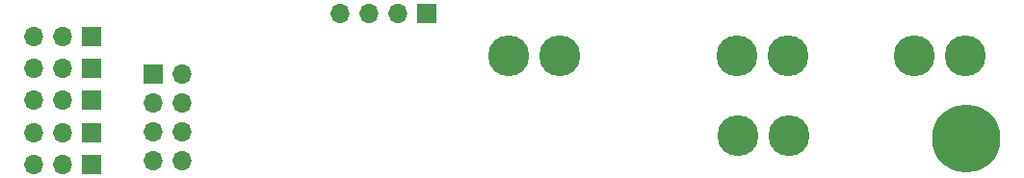
<source format=gbr>
%TF.GenerationSoftware,KiCad,Pcbnew,7.0.8*%
%TF.CreationDate,2023-10-19T00:44:21-05:00*%
%TF.ProjectId,PowerDistrubutionBoard,506f7765-7244-4697-9374-727562757469,rev?*%
%TF.SameCoordinates,Original*%
%TF.FileFunction,Soldermask,Bot*%
%TF.FilePolarity,Negative*%
%FSLAX46Y46*%
G04 Gerber Fmt 4.6, Leading zero omitted, Abs format (unit mm)*
G04 Created by KiCad (PCBNEW 7.0.8) date 2023-10-19 00:44:21*
%MOMM*%
%LPD*%
G01*
G04 APERTURE LIST*
%ADD10C,3.600000*%
%ADD11R,1.700000X1.700000*%
%ADD12O,1.700000X1.700000*%
%ADD13C,6.000000*%
G04 APERTURE END LIST*
D10*
%TO.C,T4*%
X159350000Y-55550000D03*
X163850000Y-55550000D03*
%TD*%
D11*
%TO.C,J6*%
X122715000Y-59500000D03*
D12*
X120175000Y-59500000D03*
X117635000Y-59500000D03*
%TD*%
D10*
%TO.C,T3*%
X199500000Y-55600000D03*
X195000000Y-55600000D03*
%TD*%
D11*
%TO.C,J1*%
X152175000Y-51875000D03*
D12*
X149635000Y-51875000D03*
X147095000Y-51875000D03*
X144555000Y-51875000D03*
%TD*%
D10*
%TO.C,T2*%
X179525000Y-62625000D03*
X184025000Y-62625000D03*
%TD*%
%TO.C,S1*%
X199525000Y-62825000D03*
D13*
X199525000Y-62825000D03*
%TD*%
D11*
%TO.C,J9*%
X122715000Y-65100000D03*
D12*
X120175000Y-65100000D03*
X117635000Y-65100000D03*
%TD*%
%TO.C,J7*%
X130650000Y-64815000D03*
X128110000Y-64815000D03*
X130650000Y-62275000D03*
X128110000Y-62275000D03*
X130650000Y-59735000D03*
X128110000Y-59735000D03*
X130650000Y-57195000D03*
D11*
X128110000Y-57195000D03*
%TD*%
%TO.C,J10*%
X122715000Y-53875000D03*
D12*
X120175000Y-53875000D03*
X117635000Y-53875000D03*
%TD*%
D10*
%TO.C,T1*%
X179425000Y-55550000D03*
X183925000Y-55550000D03*
%TD*%
D11*
%TO.C,J8*%
X122715000Y-62325000D03*
D12*
X120175000Y-62325000D03*
X117635000Y-62325000D03*
%TD*%
D11*
%TO.C,J5*%
X122715000Y-56675000D03*
D12*
X120175000Y-56675000D03*
X117635000Y-56675000D03*
%TD*%
M02*

</source>
